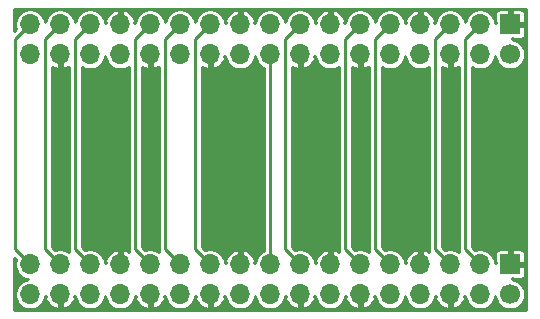
<source format=gbr>
%TF.GenerationSoftware,KiCad,Pcbnew,(5.1.6)-1*%
%TF.CreationDate,2022-09-19T12:58:48-04:00*%
%TF.ProjectId,3dfx-sli-1slot,33646678-2d73-46c6-992d-31736c6f742e,rev?*%
%TF.SameCoordinates,Original*%
%TF.FileFunction,Copper,L3,Inr*%
%TF.FilePolarity,Positive*%
%FSLAX46Y46*%
G04 Gerber Fmt 4.6, Leading zero omitted, Abs format (unit mm)*
G04 Created by KiCad (PCBNEW (5.1.6)-1) date 2022-09-19 12:58:48*
%MOMM*%
%LPD*%
G01*
G04 APERTURE LIST*
%TA.AperFunction,ViaPad*%
%ADD10C,1.700000*%
%TD*%
%TA.AperFunction,ViaPad*%
%ADD11R,1.700000X1.700000*%
%TD*%
%TA.AperFunction,ViaPad*%
%ADD12O,1.700000X1.700000*%
%TD*%
%TA.AperFunction,Conductor*%
%ADD13C,0.250000*%
%TD*%
%TA.AperFunction,Conductor*%
%ADD14C,0.254000*%
%TD*%
G04 APERTURE END LIST*
D10*
%TO.N,2*%
%TO.C,J1*%
X171958000Y-109601000D03*
D11*
%TO.N,GND*%
X171958000Y-107061000D03*
D12*
%TO.N,4*%
X169418000Y-109601000D03*
%TO.N,3*%
X169418000Y-107061000D03*
%TO.N,GND*%
X166878000Y-109601000D03*
%TO.N,5*%
X166878000Y-107061000D03*
%TO.N,8*%
X164338000Y-109601000D03*
%TO.N,GND*%
X164338000Y-107061000D03*
%TO.N,10*%
X161798000Y-109601000D03*
%TO.N,9*%
X161798000Y-107061000D03*
%TO.N,GND*%
X159258000Y-109601000D03*
%TO.N,11*%
X159258000Y-107061000D03*
%TO.N,14*%
X156718000Y-109601000D03*
%TO.N,GND*%
X156718000Y-107061000D03*
X154178000Y-109601000D03*
%TO.N,15*%
X154178000Y-107061000D03*
%TO.N,18*%
X151638000Y-109601000D03*
%TO.N,17*%
X151638000Y-107061000D03*
%TO.N,20*%
X149098000Y-109601000D03*
%TO.N,GND*%
X149098000Y-107061000D03*
X146558000Y-109601000D03*
%TO.N,21*%
X146558000Y-107061000D03*
%TO.N,24*%
X144018000Y-109601000D03*
%TO.N,23*%
X144018000Y-107061000D03*
%TO.N,GND*%
X141478000Y-109601000D03*
%TO.N,25*%
X141478000Y-107061000D03*
%TO.N,28*%
X138938000Y-109601000D03*
%TO.N,GND*%
X138938000Y-107061000D03*
%TO.N,30*%
X136398000Y-109601000D03*
%TO.N,29*%
X136398000Y-107061000D03*
%TO.N,GND*%
X133858000Y-109601000D03*
%TO.N,31*%
X133858000Y-107061000D03*
%TO.N,34*%
X131318000Y-109601000D03*
%TO.N,33*%
X131318000Y-107061000D03*
%TD*%
%TO.N,33*%
%TO.C,J2*%
X131318000Y-86741000D03*
%TO.N,34*%
X131318000Y-89281000D03*
%TO.N,31*%
X133858000Y-86741000D03*
%TO.N,GND*%
X133858000Y-89281000D03*
%TO.N,29*%
X136398000Y-86741000D03*
%TO.N,30*%
X136398000Y-89281000D03*
%TO.N,GND*%
X138938000Y-86741000D03*
%TO.N,28*%
X138938000Y-89281000D03*
%TO.N,25*%
X141478000Y-86741000D03*
%TO.N,GND*%
X141478000Y-89281000D03*
%TO.N,23*%
X144018000Y-86741000D03*
%TO.N,24*%
X144018000Y-89281000D03*
%TO.N,21*%
X146558000Y-86741000D03*
%TO.N,GND*%
X146558000Y-89281000D03*
X149098000Y-86741000D03*
%TO.N,20*%
X149098000Y-89281000D03*
%TO.N,18*%
X151638000Y-86741000D03*
%TO.N,17*%
X151638000Y-89281000D03*
%TO.N,15*%
X154178000Y-86741000D03*
%TO.N,GND*%
X154178000Y-89281000D03*
X156718000Y-86741000D03*
%TO.N,14*%
X156718000Y-89281000D03*
%TO.N,11*%
X159258000Y-86741000D03*
%TO.N,GND*%
X159258000Y-89281000D03*
%TO.N,9*%
X161798000Y-86741000D03*
%TO.N,10*%
X161798000Y-89281000D03*
%TO.N,GND*%
X164338000Y-86741000D03*
%TO.N,8*%
X164338000Y-89281000D03*
%TO.N,5*%
X166878000Y-86741000D03*
%TO.N,GND*%
X166878000Y-89281000D03*
%TO.N,3*%
X169418000Y-86741000D03*
%TO.N,4*%
X169418000Y-89281000D03*
D11*
%TO.N,GND*%
X171958000Y-86741000D03*
D10*
%TO.N,2*%
X171958000Y-89281000D03*
%TD*%
D13*
%TO.N,3*%
X169418000Y-107061000D02*
X168148000Y-105791000D01*
X168148000Y-88011000D02*
X169418000Y-86741000D01*
X168148000Y-105791000D02*
X168148000Y-88011000D01*
%TO.N,5*%
X166878000Y-107061000D02*
X165608000Y-105791000D01*
X165608000Y-88011000D02*
X166878000Y-86741000D01*
X165608000Y-105791000D02*
X165608000Y-88011000D01*
%TO.N,9*%
X161798000Y-107061000D02*
X160528000Y-105791000D01*
X160528000Y-88011000D02*
X161798000Y-86741000D01*
X160528000Y-105791000D02*
X160528000Y-88011000D01*
%TO.N,11*%
X159258000Y-107061000D02*
X157988000Y-105791000D01*
X157988000Y-88011000D02*
X159258000Y-86741000D01*
X157988000Y-105791000D02*
X157988000Y-88011000D01*
%TO.N,15*%
X152908000Y-88011000D02*
X154178000Y-86741000D01*
X154178000Y-107061000D02*
X152908000Y-105791000D01*
X152908000Y-105791000D02*
X152908000Y-88011000D01*
%TO.N,17*%
X151638000Y-107061000D02*
X151638000Y-89281000D01*
%TO.N,21*%
X146558000Y-107061000D02*
X145288000Y-105791000D01*
X145288000Y-88011000D02*
X146558000Y-86741000D01*
X145288000Y-105791000D02*
X145288000Y-88011000D01*
%TO.N,23*%
X144018000Y-107061000D02*
X142748000Y-105791000D01*
X142748000Y-88011000D02*
X144018000Y-86741000D01*
X142748000Y-105791000D02*
X142748000Y-88011000D01*
%TO.N,25*%
X141478000Y-107061000D02*
X140208000Y-105791000D01*
X140208000Y-88011000D02*
X141478000Y-86741000D01*
X140208000Y-105791000D02*
X140208000Y-88011000D01*
%TO.N,29*%
X136398000Y-107061000D02*
X135128000Y-105791000D01*
X135128000Y-88011000D02*
X136398000Y-86741000D01*
X135128000Y-105791000D02*
X135128000Y-88011000D01*
%TO.N,31*%
X133858000Y-107061000D02*
X132588000Y-105791000D01*
X132588000Y-88011000D02*
X133858000Y-86741000D01*
X132588000Y-105791000D02*
X132588000Y-88011000D01*
%TO.N,33*%
X131318000Y-107061000D02*
X130048000Y-105791000D01*
X130048000Y-88011000D02*
X131318000Y-86741000D01*
X130048000Y-105791000D02*
X130048000Y-88011000D01*
%TD*%
D14*
%TO.N,GND*%
G36*
X173284001Y-110927000D02*
G01*
X129992000Y-110927000D01*
X129992000Y-106515645D01*
X130111981Y-106635625D01*
X130090074Y-106688513D01*
X130041000Y-106935226D01*
X130041000Y-107186774D01*
X130090074Y-107433487D01*
X130186337Y-107665886D01*
X130326089Y-107875040D01*
X130503960Y-108052911D01*
X130713114Y-108192663D01*
X130945513Y-108288926D01*
X131157034Y-108331000D01*
X130945513Y-108373074D01*
X130713114Y-108469337D01*
X130503960Y-108609089D01*
X130326089Y-108786960D01*
X130186337Y-108996114D01*
X130090074Y-109228513D01*
X130041000Y-109475226D01*
X130041000Y-109726774D01*
X130090074Y-109973487D01*
X130186337Y-110205886D01*
X130326089Y-110415040D01*
X130503960Y-110592911D01*
X130713114Y-110732663D01*
X130945513Y-110828926D01*
X131192226Y-110878000D01*
X131443774Y-110878000D01*
X131690487Y-110828926D01*
X131922886Y-110732663D01*
X132132040Y-110592911D01*
X132309911Y-110415040D01*
X132449663Y-110205886D01*
X132545926Y-109973487D01*
X132594756Y-109728002D01*
X132694074Y-109728002D01*
X132622836Y-109925214D01*
X132709820Y-110159953D01*
X132840928Y-110373212D01*
X133011122Y-110556795D01*
X133213861Y-110703647D01*
X133441354Y-110808125D01*
X133533787Y-110836158D01*
X133731000Y-110764338D01*
X133731000Y-109728000D01*
X133711000Y-109728000D01*
X133711000Y-109474000D01*
X133731000Y-109474000D01*
X133731000Y-109454000D01*
X133985000Y-109454000D01*
X133985000Y-109474000D01*
X134005000Y-109474000D01*
X134005000Y-109728000D01*
X133985000Y-109728000D01*
X133985000Y-110764338D01*
X134182213Y-110836158D01*
X134274646Y-110808125D01*
X134502139Y-110703647D01*
X134704878Y-110556795D01*
X134875072Y-110373212D01*
X135006180Y-110159953D01*
X135093164Y-109925214D01*
X135021926Y-109728002D01*
X135121244Y-109728002D01*
X135170074Y-109973487D01*
X135266337Y-110205886D01*
X135406089Y-110415040D01*
X135583960Y-110592911D01*
X135793114Y-110732663D01*
X136025513Y-110828926D01*
X136272226Y-110878000D01*
X136523774Y-110878000D01*
X136770487Y-110828926D01*
X137002886Y-110732663D01*
X137212040Y-110592911D01*
X137389911Y-110415040D01*
X137529663Y-110205886D01*
X137625926Y-109973487D01*
X137668000Y-109761966D01*
X137710074Y-109973487D01*
X137806337Y-110205886D01*
X137946089Y-110415040D01*
X138123960Y-110592911D01*
X138333114Y-110732663D01*
X138565513Y-110828926D01*
X138812226Y-110878000D01*
X139063774Y-110878000D01*
X139310487Y-110828926D01*
X139542886Y-110732663D01*
X139752040Y-110592911D01*
X139929911Y-110415040D01*
X140069663Y-110205886D01*
X140165926Y-109973487D01*
X140214756Y-109728002D01*
X140314074Y-109728002D01*
X140242836Y-109925214D01*
X140329820Y-110159953D01*
X140460928Y-110373212D01*
X140631122Y-110556795D01*
X140833861Y-110703647D01*
X141061354Y-110808125D01*
X141153787Y-110836158D01*
X141351000Y-110764338D01*
X141351000Y-109728000D01*
X141331000Y-109728000D01*
X141331000Y-109474000D01*
X141351000Y-109474000D01*
X141351000Y-109454000D01*
X141605000Y-109454000D01*
X141605000Y-109474000D01*
X141625000Y-109474000D01*
X141625000Y-109728000D01*
X141605000Y-109728000D01*
X141605000Y-110764338D01*
X141802213Y-110836158D01*
X141894646Y-110808125D01*
X142122139Y-110703647D01*
X142324878Y-110556795D01*
X142495072Y-110373212D01*
X142626180Y-110159953D01*
X142713164Y-109925214D01*
X142641926Y-109728002D01*
X142741244Y-109728002D01*
X142790074Y-109973487D01*
X142886337Y-110205886D01*
X143026089Y-110415040D01*
X143203960Y-110592911D01*
X143413114Y-110732663D01*
X143645513Y-110828926D01*
X143892226Y-110878000D01*
X144143774Y-110878000D01*
X144390487Y-110828926D01*
X144622886Y-110732663D01*
X144832040Y-110592911D01*
X145009911Y-110415040D01*
X145149663Y-110205886D01*
X145245926Y-109973487D01*
X145294756Y-109728002D01*
X145394074Y-109728002D01*
X145322836Y-109925214D01*
X145409820Y-110159953D01*
X145540928Y-110373212D01*
X145711122Y-110556795D01*
X145913861Y-110703647D01*
X146141354Y-110808125D01*
X146233787Y-110836158D01*
X146431000Y-110764338D01*
X146431000Y-109728000D01*
X146411000Y-109728000D01*
X146411000Y-109474000D01*
X146431000Y-109474000D01*
X146431000Y-109454000D01*
X146685000Y-109454000D01*
X146685000Y-109474000D01*
X146705000Y-109474000D01*
X146705000Y-109728000D01*
X146685000Y-109728000D01*
X146685000Y-110764338D01*
X146882213Y-110836158D01*
X146974646Y-110808125D01*
X147202139Y-110703647D01*
X147404878Y-110556795D01*
X147575072Y-110373212D01*
X147706180Y-110159953D01*
X147793164Y-109925214D01*
X147721926Y-109728002D01*
X147821244Y-109728002D01*
X147870074Y-109973487D01*
X147966337Y-110205886D01*
X148106089Y-110415040D01*
X148283960Y-110592911D01*
X148493114Y-110732663D01*
X148725513Y-110828926D01*
X148972226Y-110878000D01*
X149223774Y-110878000D01*
X149470487Y-110828926D01*
X149702886Y-110732663D01*
X149912040Y-110592911D01*
X150089911Y-110415040D01*
X150229663Y-110205886D01*
X150325926Y-109973487D01*
X150368000Y-109761966D01*
X150410074Y-109973487D01*
X150506337Y-110205886D01*
X150646089Y-110415040D01*
X150823960Y-110592911D01*
X151033114Y-110732663D01*
X151265513Y-110828926D01*
X151512226Y-110878000D01*
X151763774Y-110878000D01*
X152010487Y-110828926D01*
X152242886Y-110732663D01*
X152452040Y-110592911D01*
X152629911Y-110415040D01*
X152769663Y-110205886D01*
X152865926Y-109973487D01*
X152914756Y-109728002D01*
X153014074Y-109728002D01*
X152942836Y-109925214D01*
X153029820Y-110159953D01*
X153160928Y-110373212D01*
X153331122Y-110556795D01*
X153533861Y-110703647D01*
X153761354Y-110808125D01*
X153853787Y-110836158D01*
X154051000Y-110764338D01*
X154051000Y-109728000D01*
X154031000Y-109728000D01*
X154031000Y-109474000D01*
X154051000Y-109474000D01*
X154051000Y-109454000D01*
X154305000Y-109454000D01*
X154305000Y-109474000D01*
X154325000Y-109474000D01*
X154325000Y-109728000D01*
X154305000Y-109728000D01*
X154305000Y-110764338D01*
X154502213Y-110836158D01*
X154594646Y-110808125D01*
X154822139Y-110703647D01*
X155024878Y-110556795D01*
X155195072Y-110373212D01*
X155326180Y-110159953D01*
X155413164Y-109925214D01*
X155341926Y-109728002D01*
X155441244Y-109728002D01*
X155490074Y-109973487D01*
X155586337Y-110205886D01*
X155726089Y-110415040D01*
X155903960Y-110592911D01*
X156113114Y-110732663D01*
X156345513Y-110828926D01*
X156592226Y-110878000D01*
X156843774Y-110878000D01*
X157090487Y-110828926D01*
X157322886Y-110732663D01*
X157532040Y-110592911D01*
X157709911Y-110415040D01*
X157849663Y-110205886D01*
X157945926Y-109973487D01*
X157994756Y-109728002D01*
X158094074Y-109728002D01*
X158022836Y-109925214D01*
X158109820Y-110159953D01*
X158240928Y-110373212D01*
X158411122Y-110556795D01*
X158613861Y-110703647D01*
X158841354Y-110808125D01*
X158933787Y-110836158D01*
X159131000Y-110764338D01*
X159131000Y-109728000D01*
X159111000Y-109728000D01*
X159111000Y-109474000D01*
X159131000Y-109474000D01*
X159131000Y-109454000D01*
X159385000Y-109454000D01*
X159385000Y-109474000D01*
X159405000Y-109474000D01*
X159405000Y-109728000D01*
X159385000Y-109728000D01*
X159385000Y-110764338D01*
X159582213Y-110836158D01*
X159674646Y-110808125D01*
X159902139Y-110703647D01*
X160104878Y-110556795D01*
X160275072Y-110373212D01*
X160406180Y-110159953D01*
X160493164Y-109925214D01*
X160421926Y-109728002D01*
X160521244Y-109728002D01*
X160570074Y-109973487D01*
X160666337Y-110205886D01*
X160806089Y-110415040D01*
X160983960Y-110592911D01*
X161193114Y-110732663D01*
X161425513Y-110828926D01*
X161672226Y-110878000D01*
X161923774Y-110878000D01*
X162170487Y-110828926D01*
X162402886Y-110732663D01*
X162612040Y-110592911D01*
X162789911Y-110415040D01*
X162929663Y-110205886D01*
X163025926Y-109973487D01*
X163068000Y-109761966D01*
X163110074Y-109973487D01*
X163206337Y-110205886D01*
X163346089Y-110415040D01*
X163523960Y-110592911D01*
X163733114Y-110732663D01*
X163965513Y-110828926D01*
X164212226Y-110878000D01*
X164463774Y-110878000D01*
X164710487Y-110828926D01*
X164942886Y-110732663D01*
X165152040Y-110592911D01*
X165329911Y-110415040D01*
X165469663Y-110205886D01*
X165565926Y-109973487D01*
X165614756Y-109728002D01*
X165714074Y-109728002D01*
X165642836Y-109925214D01*
X165729820Y-110159953D01*
X165860928Y-110373212D01*
X166031122Y-110556795D01*
X166233861Y-110703647D01*
X166461354Y-110808125D01*
X166553787Y-110836158D01*
X166751000Y-110764338D01*
X166751000Y-109728000D01*
X166731000Y-109728000D01*
X166731000Y-109474000D01*
X166751000Y-109474000D01*
X166751000Y-109454000D01*
X167005000Y-109454000D01*
X167005000Y-109474000D01*
X167025000Y-109474000D01*
X167025000Y-109728000D01*
X167005000Y-109728000D01*
X167005000Y-110764338D01*
X167202213Y-110836158D01*
X167294646Y-110808125D01*
X167522139Y-110703647D01*
X167724878Y-110556795D01*
X167895072Y-110373212D01*
X168026180Y-110159953D01*
X168113164Y-109925214D01*
X168041926Y-109728002D01*
X168141244Y-109728002D01*
X168190074Y-109973487D01*
X168286337Y-110205886D01*
X168426089Y-110415040D01*
X168603960Y-110592911D01*
X168813114Y-110732663D01*
X169045513Y-110828926D01*
X169292226Y-110878000D01*
X169543774Y-110878000D01*
X169790487Y-110828926D01*
X170022886Y-110732663D01*
X170232040Y-110592911D01*
X170409911Y-110415040D01*
X170549663Y-110205886D01*
X170645926Y-109973487D01*
X170688000Y-109761966D01*
X170730074Y-109973487D01*
X170826337Y-110205886D01*
X170966089Y-110415040D01*
X171143960Y-110592911D01*
X171353114Y-110732663D01*
X171585513Y-110828926D01*
X171832226Y-110878000D01*
X172083774Y-110878000D01*
X172330487Y-110828926D01*
X172562886Y-110732663D01*
X172772040Y-110592911D01*
X172949911Y-110415040D01*
X173089663Y-110205886D01*
X173185926Y-109973487D01*
X173235000Y-109726774D01*
X173235000Y-109475226D01*
X173185926Y-109228513D01*
X173089663Y-108996114D01*
X172949911Y-108786960D01*
X172772040Y-108609089D01*
X172562886Y-108469337D01*
X172330487Y-108373074D01*
X172085002Y-108324244D01*
X172085002Y-108231252D01*
X172191750Y-108338000D01*
X172808000Y-108340066D01*
X172891707Y-108331822D01*
X172972196Y-108307405D01*
X173046376Y-108267755D01*
X173111395Y-108214395D01*
X173164755Y-108149376D01*
X173204405Y-108075196D01*
X173228822Y-107994707D01*
X173237066Y-107911000D01*
X173235000Y-107294750D01*
X173128250Y-107188000D01*
X172085000Y-107188000D01*
X172085000Y-107208000D01*
X171831000Y-107208000D01*
X171831000Y-107188000D01*
X171811000Y-107188000D01*
X171811000Y-106934000D01*
X171831000Y-106934000D01*
X171831000Y-105890750D01*
X172085000Y-105890750D01*
X172085000Y-106934000D01*
X173128250Y-106934000D01*
X173235000Y-106827250D01*
X173237066Y-106211000D01*
X173228822Y-106127293D01*
X173204405Y-106046804D01*
X173164755Y-105972624D01*
X173111395Y-105907605D01*
X173046376Y-105854245D01*
X172972196Y-105814595D01*
X172891707Y-105790178D01*
X172808000Y-105781934D01*
X172191750Y-105784000D01*
X172085000Y-105890750D01*
X171831000Y-105890750D01*
X171724250Y-105784000D01*
X171108000Y-105781934D01*
X171024293Y-105790178D01*
X170943804Y-105814595D01*
X170869624Y-105854245D01*
X170804605Y-105907605D01*
X170751245Y-105972624D01*
X170711595Y-106046804D01*
X170687178Y-106127293D01*
X170678934Y-106211000D01*
X170681000Y-106827250D01*
X170787748Y-106933998D01*
X170694756Y-106933998D01*
X170645926Y-106688513D01*
X170549663Y-106456114D01*
X170409911Y-106246960D01*
X170232040Y-106069089D01*
X170022886Y-105929337D01*
X169790487Y-105833074D01*
X169543774Y-105784000D01*
X169292226Y-105784000D01*
X169045513Y-105833074D01*
X168992625Y-105854981D01*
X168700000Y-105562356D01*
X168700000Y-90337083D01*
X168813114Y-90412663D01*
X169045513Y-90508926D01*
X169292226Y-90558000D01*
X169543774Y-90558000D01*
X169790487Y-90508926D01*
X170022886Y-90412663D01*
X170232040Y-90272911D01*
X170409911Y-90095040D01*
X170549663Y-89885886D01*
X170645926Y-89653487D01*
X170688000Y-89441966D01*
X170730074Y-89653487D01*
X170826337Y-89885886D01*
X170966089Y-90095040D01*
X171143960Y-90272911D01*
X171353114Y-90412663D01*
X171585513Y-90508926D01*
X171832226Y-90558000D01*
X172083774Y-90558000D01*
X172330487Y-90508926D01*
X172562886Y-90412663D01*
X172772040Y-90272911D01*
X172949911Y-90095040D01*
X173089663Y-89885886D01*
X173185926Y-89653487D01*
X173235000Y-89406774D01*
X173235000Y-89155226D01*
X173185926Y-88908513D01*
X173089663Y-88676114D01*
X172949911Y-88466960D01*
X172772040Y-88289089D01*
X172562886Y-88149337D01*
X172330487Y-88053074D01*
X172085002Y-88004244D01*
X172085002Y-87911252D01*
X172191750Y-88018000D01*
X172808000Y-88020066D01*
X172891707Y-88011822D01*
X172972196Y-87987405D01*
X173046376Y-87947755D01*
X173111395Y-87894395D01*
X173164755Y-87829376D01*
X173204405Y-87755196D01*
X173228822Y-87674707D01*
X173237066Y-87591000D01*
X173235000Y-86974750D01*
X173128250Y-86868000D01*
X172085000Y-86868000D01*
X172085000Y-86888000D01*
X171831000Y-86888000D01*
X171831000Y-86868000D01*
X171811000Y-86868000D01*
X171811000Y-86614000D01*
X171831000Y-86614000D01*
X171831000Y-85570750D01*
X172085000Y-85570750D01*
X172085000Y-86614000D01*
X173128250Y-86614000D01*
X173235000Y-86507250D01*
X173237066Y-85891000D01*
X173228822Y-85807293D01*
X173204405Y-85726804D01*
X173164755Y-85652624D01*
X173111395Y-85587605D01*
X173046376Y-85534245D01*
X172972196Y-85494595D01*
X172891707Y-85470178D01*
X172808000Y-85461934D01*
X172191750Y-85464000D01*
X172085000Y-85570750D01*
X171831000Y-85570750D01*
X171724250Y-85464000D01*
X171108000Y-85461934D01*
X171024293Y-85470178D01*
X170943804Y-85494595D01*
X170869624Y-85534245D01*
X170804605Y-85587605D01*
X170751245Y-85652624D01*
X170711595Y-85726804D01*
X170687178Y-85807293D01*
X170678934Y-85891000D01*
X170681000Y-86507250D01*
X170787748Y-86613998D01*
X170694756Y-86613998D01*
X170645926Y-86368513D01*
X170549663Y-86136114D01*
X170409911Y-85926960D01*
X170232040Y-85749089D01*
X170022886Y-85609337D01*
X169790487Y-85513074D01*
X169543774Y-85464000D01*
X169292226Y-85464000D01*
X169045513Y-85513074D01*
X168813114Y-85609337D01*
X168603960Y-85749089D01*
X168426089Y-85926960D01*
X168286337Y-86136114D01*
X168190074Y-86368513D01*
X168148000Y-86580034D01*
X168105926Y-86368513D01*
X168009663Y-86136114D01*
X167869911Y-85926960D01*
X167692040Y-85749089D01*
X167482886Y-85609337D01*
X167250487Y-85513074D01*
X167003774Y-85464000D01*
X166752226Y-85464000D01*
X166505513Y-85513074D01*
X166273114Y-85609337D01*
X166063960Y-85749089D01*
X165886089Y-85926960D01*
X165746337Y-86136114D01*
X165650074Y-86368513D01*
X165601244Y-86613998D01*
X165501926Y-86613998D01*
X165573164Y-86416786D01*
X165486180Y-86182047D01*
X165355072Y-85968788D01*
X165184878Y-85785205D01*
X164982139Y-85638353D01*
X164754646Y-85533875D01*
X164662213Y-85505842D01*
X164465000Y-85577662D01*
X164465000Y-86614000D01*
X164485000Y-86614000D01*
X164485000Y-86868000D01*
X164465000Y-86868000D01*
X164465000Y-86888000D01*
X164211000Y-86888000D01*
X164211000Y-86868000D01*
X164191000Y-86868000D01*
X164191000Y-86614000D01*
X164211000Y-86614000D01*
X164211000Y-85577662D01*
X164013787Y-85505842D01*
X163921354Y-85533875D01*
X163693861Y-85638353D01*
X163491122Y-85785205D01*
X163320928Y-85968788D01*
X163189820Y-86182047D01*
X163102836Y-86416786D01*
X163174074Y-86613998D01*
X163074756Y-86613998D01*
X163025926Y-86368513D01*
X162929663Y-86136114D01*
X162789911Y-85926960D01*
X162612040Y-85749089D01*
X162402886Y-85609337D01*
X162170487Y-85513074D01*
X161923774Y-85464000D01*
X161672226Y-85464000D01*
X161425513Y-85513074D01*
X161193114Y-85609337D01*
X160983960Y-85749089D01*
X160806089Y-85926960D01*
X160666337Y-86136114D01*
X160570074Y-86368513D01*
X160528000Y-86580034D01*
X160485926Y-86368513D01*
X160389663Y-86136114D01*
X160249911Y-85926960D01*
X160072040Y-85749089D01*
X159862886Y-85609337D01*
X159630487Y-85513074D01*
X159383774Y-85464000D01*
X159132226Y-85464000D01*
X158885513Y-85513074D01*
X158653114Y-85609337D01*
X158443960Y-85749089D01*
X158266089Y-85926960D01*
X158126337Y-86136114D01*
X158030074Y-86368513D01*
X157981244Y-86613998D01*
X157881926Y-86613998D01*
X157953164Y-86416786D01*
X157866180Y-86182047D01*
X157735072Y-85968788D01*
X157564878Y-85785205D01*
X157362139Y-85638353D01*
X157134646Y-85533875D01*
X157042213Y-85505842D01*
X156845000Y-85577662D01*
X156845000Y-86614000D01*
X156865000Y-86614000D01*
X156865000Y-86868000D01*
X156845000Y-86868000D01*
X156845000Y-86888000D01*
X156591000Y-86888000D01*
X156591000Y-86868000D01*
X156571000Y-86868000D01*
X156571000Y-86614000D01*
X156591000Y-86614000D01*
X156591000Y-85577662D01*
X156393787Y-85505842D01*
X156301354Y-85533875D01*
X156073861Y-85638353D01*
X155871122Y-85785205D01*
X155700928Y-85968788D01*
X155569820Y-86182047D01*
X155482836Y-86416786D01*
X155554074Y-86613998D01*
X155454756Y-86613998D01*
X155405926Y-86368513D01*
X155309663Y-86136114D01*
X155169911Y-85926960D01*
X154992040Y-85749089D01*
X154782886Y-85609337D01*
X154550487Y-85513074D01*
X154303774Y-85464000D01*
X154052226Y-85464000D01*
X153805513Y-85513074D01*
X153573114Y-85609337D01*
X153363960Y-85749089D01*
X153186089Y-85926960D01*
X153046337Y-86136114D01*
X152950074Y-86368513D01*
X152908000Y-86580034D01*
X152865926Y-86368513D01*
X152769663Y-86136114D01*
X152629911Y-85926960D01*
X152452040Y-85749089D01*
X152242886Y-85609337D01*
X152010487Y-85513074D01*
X151763774Y-85464000D01*
X151512226Y-85464000D01*
X151265513Y-85513074D01*
X151033114Y-85609337D01*
X150823960Y-85749089D01*
X150646089Y-85926960D01*
X150506337Y-86136114D01*
X150410074Y-86368513D01*
X150361244Y-86613998D01*
X150261926Y-86613998D01*
X150333164Y-86416786D01*
X150246180Y-86182047D01*
X150115072Y-85968788D01*
X149944878Y-85785205D01*
X149742139Y-85638353D01*
X149514646Y-85533875D01*
X149422213Y-85505842D01*
X149225000Y-85577662D01*
X149225000Y-86614000D01*
X149245000Y-86614000D01*
X149245000Y-86868000D01*
X149225000Y-86868000D01*
X149225000Y-86888000D01*
X148971000Y-86888000D01*
X148971000Y-86868000D01*
X148951000Y-86868000D01*
X148951000Y-86614000D01*
X148971000Y-86614000D01*
X148971000Y-85577662D01*
X148773787Y-85505842D01*
X148681354Y-85533875D01*
X148453861Y-85638353D01*
X148251122Y-85785205D01*
X148080928Y-85968788D01*
X147949820Y-86182047D01*
X147862836Y-86416786D01*
X147934074Y-86613998D01*
X147834756Y-86613998D01*
X147785926Y-86368513D01*
X147689663Y-86136114D01*
X147549911Y-85926960D01*
X147372040Y-85749089D01*
X147162886Y-85609337D01*
X146930487Y-85513074D01*
X146683774Y-85464000D01*
X146432226Y-85464000D01*
X146185513Y-85513074D01*
X145953114Y-85609337D01*
X145743960Y-85749089D01*
X145566089Y-85926960D01*
X145426337Y-86136114D01*
X145330074Y-86368513D01*
X145288000Y-86580034D01*
X145245926Y-86368513D01*
X145149663Y-86136114D01*
X145009911Y-85926960D01*
X144832040Y-85749089D01*
X144622886Y-85609337D01*
X144390487Y-85513074D01*
X144143774Y-85464000D01*
X143892226Y-85464000D01*
X143645513Y-85513074D01*
X143413114Y-85609337D01*
X143203960Y-85749089D01*
X143026089Y-85926960D01*
X142886337Y-86136114D01*
X142790074Y-86368513D01*
X142748000Y-86580034D01*
X142705926Y-86368513D01*
X142609663Y-86136114D01*
X142469911Y-85926960D01*
X142292040Y-85749089D01*
X142082886Y-85609337D01*
X141850487Y-85513074D01*
X141603774Y-85464000D01*
X141352226Y-85464000D01*
X141105513Y-85513074D01*
X140873114Y-85609337D01*
X140663960Y-85749089D01*
X140486089Y-85926960D01*
X140346337Y-86136114D01*
X140250074Y-86368513D01*
X140201244Y-86613998D01*
X140101926Y-86613998D01*
X140173164Y-86416786D01*
X140086180Y-86182047D01*
X139955072Y-85968788D01*
X139784878Y-85785205D01*
X139582139Y-85638353D01*
X139354646Y-85533875D01*
X139262213Y-85505842D01*
X139065000Y-85577662D01*
X139065000Y-86614000D01*
X139085000Y-86614000D01*
X139085000Y-86868000D01*
X139065000Y-86868000D01*
X139065000Y-86888000D01*
X138811000Y-86888000D01*
X138811000Y-86868000D01*
X138791000Y-86868000D01*
X138791000Y-86614000D01*
X138811000Y-86614000D01*
X138811000Y-85577662D01*
X138613787Y-85505842D01*
X138521354Y-85533875D01*
X138293861Y-85638353D01*
X138091122Y-85785205D01*
X137920928Y-85968788D01*
X137789820Y-86182047D01*
X137702836Y-86416786D01*
X137774074Y-86613998D01*
X137674756Y-86613998D01*
X137625926Y-86368513D01*
X137529663Y-86136114D01*
X137389911Y-85926960D01*
X137212040Y-85749089D01*
X137002886Y-85609337D01*
X136770487Y-85513074D01*
X136523774Y-85464000D01*
X136272226Y-85464000D01*
X136025513Y-85513074D01*
X135793114Y-85609337D01*
X135583960Y-85749089D01*
X135406089Y-85926960D01*
X135266337Y-86136114D01*
X135170074Y-86368513D01*
X135128000Y-86580034D01*
X135085926Y-86368513D01*
X134989663Y-86136114D01*
X134849911Y-85926960D01*
X134672040Y-85749089D01*
X134462886Y-85609337D01*
X134230487Y-85513074D01*
X133983774Y-85464000D01*
X133732226Y-85464000D01*
X133485513Y-85513074D01*
X133253114Y-85609337D01*
X133043960Y-85749089D01*
X132866089Y-85926960D01*
X132726337Y-86136114D01*
X132630074Y-86368513D01*
X132588000Y-86580034D01*
X132545926Y-86368513D01*
X132449663Y-86136114D01*
X132309911Y-85926960D01*
X132132040Y-85749089D01*
X131922886Y-85609337D01*
X131690487Y-85513074D01*
X131443774Y-85464000D01*
X131192226Y-85464000D01*
X130945513Y-85513074D01*
X130713114Y-85609337D01*
X130503960Y-85749089D01*
X130326089Y-85926960D01*
X130186337Y-86136114D01*
X130090074Y-86368513D01*
X130041000Y-86615226D01*
X130041000Y-86866774D01*
X130090074Y-87113487D01*
X130111981Y-87166375D01*
X129992000Y-87286355D01*
X129992000Y-85415000D01*
X173284000Y-85415000D01*
X173284001Y-110927000D01*
G37*
X173284001Y-110927000D02*
X129992000Y-110927000D01*
X129992000Y-106515645D01*
X130111981Y-106635625D01*
X130090074Y-106688513D01*
X130041000Y-106935226D01*
X130041000Y-107186774D01*
X130090074Y-107433487D01*
X130186337Y-107665886D01*
X130326089Y-107875040D01*
X130503960Y-108052911D01*
X130713114Y-108192663D01*
X130945513Y-108288926D01*
X131157034Y-108331000D01*
X130945513Y-108373074D01*
X130713114Y-108469337D01*
X130503960Y-108609089D01*
X130326089Y-108786960D01*
X130186337Y-108996114D01*
X130090074Y-109228513D01*
X130041000Y-109475226D01*
X130041000Y-109726774D01*
X130090074Y-109973487D01*
X130186337Y-110205886D01*
X130326089Y-110415040D01*
X130503960Y-110592911D01*
X130713114Y-110732663D01*
X130945513Y-110828926D01*
X131192226Y-110878000D01*
X131443774Y-110878000D01*
X131690487Y-110828926D01*
X131922886Y-110732663D01*
X132132040Y-110592911D01*
X132309911Y-110415040D01*
X132449663Y-110205886D01*
X132545926Y-109973487D01*
X132594756Y-109728002D01*
X132694074Y-109728002D01*
X132622836Y-109925214D01*
X132709820Y-110159953D01*
X132840928Y-110373212D01*
X133011122Y-110556795D01*
X133213861Y-110703647D01*
X133441354Y-110808125D01*
X133533787Y-110836158D01*
X133731000Y-110764338D01*
X133731000Y-109728000D01*
X133711000Y-109728000D01*
X133711000Y-109474000D01*
X133731000Y-109474000D01*
X133731000Y-109454000D01*
X133985000Y-109454000D01*
X133985000Y-109474000D01*
X134005000Y-109474000D01*
X134005000Y-109728000D01*
X133985000Y-109728000D01*
X133985000Y-110764338D01*
X134182213Y-110836158D01*
X134274646Y-110808125D01*
X134502139Y-110703647D01*
X134704878Y-110556795D01*
X134875072Y-110373212D01*
X135006180Y-110159953D01*
X135093164Y-109925214D01*
X135021926Y-109728002D01*
X135121244Y-109728002D01*
X135170074Y-109973487D01*
X135266337Y-110205886D01*
X135406089Y-110415040D01*
X135583960Y-110592911D01*
X135793114Y-110732663D01*
X136025513Y-110828926D01*
X136272226Y-110878000D01*
X136523774Y-110878000D01*
X136770487Y-110828926D01*
X137002886Y-110732663D01*
X137212040Y-110592911D01*
X137389911Y-110415040D01*
X137529663Y-110205886D01*
X137625926Y-109973487D01*
X137668000Y-109761966D01*
X137710074Y-109973487D01*
X137806337Y-110205886D01*
X137946089Y-110415040D01*
X138123960Y-110592911D01*
X138333114Y-110732663D01*
X138565513Y-110828926D01*
X138812226Y-110878000D01*
X139063774Y-110878000D01*
X139310487Y-110828926D01*
X139542886Y-110732663D01*
X139752040Y-110592911D01*
X139929911Y-110415040D01*
X140069663Y-110205886D01*
X140165926Y-109973487D01*
X140214756Y-109728002D01*
X140314074Y-109728002D01*
X140242836Y-109925214D01*
X140329820Y-110159953D01*
X140460928Y-110373212D01*
X140631122Y-110556795D01*
X140833861Y-110703647D01*
X141061354Y-110808125D01*
X141153787Y-110836158D01*
X141351000Y-110764338D01*
X141351000Y-109728000D01*
X141331000Y-109728000D01*
X141331000Y-109474000D01*
X141351000Y-109474000D01*
X141351000Y-109454000D01*
X141605000Y-109454000D01*
X141605000Y-109474000D01*
X141625000Y-109474000D01*
X141625000Y-109728000D01*
X141605000Y-109728000D01*
X141605000Y-110764338D01*
X141802213Y-110836158D01*
X141894646Y-110808125D01*
X142122139Y-110703647D01*
X142324878Y-110556795D01*
X142495072Y-110373212D01*
X142626180Y-110159953D01*
X142713164Y-109925214D01*
X142641926Y-109728002D01*
X142741244Y-109728002D01*
X142790074Y-109973487D01*
X142886337Y-110205886D01*
X143026089Y-110415040D01*
X143203960Y-110592911D01*
X143413114Y-110732663D01*
X143645513Y-110828926D01*
X143892226Y-110878000D01*
X144143774Y-110878000D01*
X144390487Y-110828926D01*
X144622886Y-110732663D01*
X144832040Y-110592911D01*
X145009911Y-110415040D01*
X145149663Y-110205886D01*
X145245926Y-109973487D01*
X145294756Y-109728002D01*
X145394074Y-109728002D01*
X145322836Y-109925214D01*
X145409820Y-110159953D01*
X145540928Y-110373212D01*
X145711122Y-110556795D01*
X145913861Y-110703647D01*
X146141354Y-110808125D01*
X146233787Y-110836158D01*
X146431000Y-110764338D01*
X146431000Y-109728000D01*
X146411000Y-109728000D01*
X146411000Y-109474000D01*
X146431000Y-109474000D01*
X146431000Y-109454000D01*
X146685000Y-109454000D01*
X146685000Y-109474000D01*
X146705000Y-109474000D01*
X146705000Y-109728000D01*
X146685000Y-109728000D01*
X146685000Y-110764338D01*
X146882213Y-110836158D01*
X146974646Y-110808125D01*
X147202139Y-110703647D01*
X147404878Y-110556795D01*
X147575072Y-110373212D01*
X147706180Y-110159953D01*
X147793164Y-109925214D01*
X147721926Y-109728002D01*
X147821244Y-109728002D01*
X147870074Y-109973487D01*
X147966337Y-110205886D01*
X148106089Y-110415040D01*
X148283960Y-110592911D01*
X148493114Y-110732663D01*
X148725513Y-110828926D01*
X148972226Y-110878000D01*
X149223774Y-110878000D01*
X149470487Y-110828926D01*
X149702886Y-110732663D01*
X149912040Y-110592911D01*
X150089911Y-110415040D01*
X150229663Y-110205886D01*
X150325926Y-109973487D01*
X150368000Y-109761966D01*
X150410074Y-109973487D01*
X150506337Y-110205886D01*
X150646089Y-110415040D01*
X150823960Y-110592911D01*
X151033114Y-110732663D01*
X151265513Y-110828926D01*
X151512226Y-110878000D01*
X151763774Y-110878000D01*
X152010487Y-110828926D01*
X152242886Y-110732663D01*
X152452040Y-110592911D01*
X152629911Y-110415040D01*
X152769663Y-110205886D01*
X152865926Y-109973487D01*
X152914756Y-109728002D01*
X153014074Y-109728002D01*
X152942836Y-109925214D01*
X153029820Y-110159953D01*
X153160928Y-110373212D01*
X153331122Y-110556795D01*
X153533861Y-110703647D01*
X153761354Y-110808125D01*
X153853787Y-110836158D01*
X154051000Y-110764338D01*
X154051000Y-109728000D01*
X154031000Y-109728000D01*
X154031000Y-109474000D01*
X154051000Y-109474000D01*
X154051000Y-109454000D01*
X154305000Y-109454000D01*
X154305000Y-109474000D01*
X154325000Y-109474000D01*
X154325000Y-109728000D01*
X154305000Y-109728000D01*
X154305000Y-110764338D01*
X154502213Y-110836158D01*
X154594646Y-110808125D01*
X154822139Y-110703647D01*
X155024878Y-110556795D01*
X155195072Y-110373212D01*
X155326180Y-110159953D01*
X155413164Y-109925214D01*
X155341926Y-109728002D01*
X155441244Y-109728002D01*
X155490074Y-109973487D01*
X155586337Y-110205886D01*
X155726089Y-110415040D01*
X155903960Y-110592911D01*
X156113114Y-110732663D01*
X156345513Y-110828926D01*
X156592226Y-110878000D01*
X156843774Y-110878000D01*
X157090487Y-110828926D01*
X157322886Y-110732663D01*
X157532040Y-110592911D01*
X157709911Y-110415040D01*
X157849663Y-110205886D01*
X157945926Y-109973487D01*
X157994756Y-109728002D01*
X158094074Y-109728002D01*
X158022836Y-109925214D01*
X158109820Y-110159953D01*
X158240928Y-110373212D01*
X158411122Y-110556795D01*
X158613861Y-110703647D01*
X158841354Y-110808125D01*
X158933787Y-110836158D01*
X159131000Y-110764338D01*
X159131000Y-109728000D01*
X159111000Y-109728000D01*
X159111000Y-109474000D01*
X159131000Y-109474000D01*
X159131000Y-109454000D01*
X159385000Y-109454000D01*
X159385000Y-109474000D01*
X159405000Y-109474000D01*
X159405000Y-109728000D01*
X159385000Y-109728000D01*
X159385000Y-110764338D01*
X159582213Y-110836158D01*
X159674646Y-110808125D01*
X159902139Y-110703647D01*
X160104878Y-110556795D01*
X160275072Y-110373212D01*
X160406180Y-110159953D01*
X160493164Y-109925214D01*
X160421926Y-109728002D01*
X160521244Y-109728002D01*
X160570074Y-109973487D01*
X160666337Y-110205886D01*
X160806089Y-110415040D01*
X160983960Y-110592911D01*
X161193114Y-110732663D01*
X161425513Y-110828926D01*
X161672226Y-110878000D01*
X161923774Y-110878000D01*
X162170487Y-110828926D01*
X162402886Y-110732663D01*
X162612040Y-110592911D01*
X162789911Y-110415040D01*
X162929663Y-110205886D01*
X163025926Y-109973487D01*
X163068000Y-109761966D01*
X163110074Y-109973487D01*
X163206337Y-110205886D01*
X163346089Y-110415040D01*
X163523960Y-110592911D01*
X163733114Y-110732663D01*
X163965513Y-110828926D01*
X164212226Y-110878000D01*
X164463774Y-110878000D01*
X164710487Y-110828926D01*
X164942886Y-110732663D01*
X165152040Y-110592911D01*
X165329911Y-110415040D01*
X165469663Y-110205886D01*
X165565926Y-109973487D01*
X165614756Y-109728002D01*
X165714074Y-109728002D01*
X165642836Y-109925214D01*
X165729820Y-110159953D01*
X165860928Y-110373212D01*
X166031122Y-110556795D01*
X166233861Y-110703647D01*
X166461354Y-110808125D01*
X166553787Y-110836158D01*
X166751000Y-110764338D01*
X166751000Y-109728000D01*
X166731000Y-109728000D01*
X166731000Y-109474000D01*
X166751000Y-109474000D01*
X166751000Y-109454000D01*
X167005000Y-109454000D01*
X167005000Y-109474000D01*
X167025000Y-109474000D01*
X167025000Y-109728000D01*
X167005000Y-109728000D01*
X167005000Y-110764338D01*
X167202213Y-110836158D01*
X167294646Y-110808125D01*
X167522139Y-110703647D01*
X167724878Y-110556795D01*
X167895072Y-110373212D01*
X168026180Y-110159953D01*
X168113164Y-109925214D01*
X168041926Y-109728002D01*
X168141244Y-109728002D01*
X168190074Y-109973487D01*
X168286337Y-110205886D01*
X168426089Y-110415040D01*
X168603960Y-110592911D01*
X168813114Y-110732663D01*
X169045513Y-110828926D01*
X169292226Y-110878000D01*
X169543774Y-110878000D01*
X169790487Y-110828926D01*
X170022886Y-110732663D01*
X170232040Y-110592911D01*
X170409911Y-110415040D01*
X170549663Y-110205886D01*
X170645926Y-109973487D01*
X170688000Y-109761966D01*
X170730074Y-109973487D01*
X170826337Y-110205886D01*
X170966089Y-110415040D01*
X171143960Y-110592911D01*
X171353114Y-110732663D01*
X171585513Y-110828926D01*
X171832226Y-110878000D01*
X172083774Y-110878000D01*
X172330487Y-110828926D01*
X172562886Y-110732663D01*
X172772040Y-110592911D01*
X172949911Y-110415040D01*
X173089663Y-110205886D01*
X173185926Y-109973487D01*
X173235000Y-109726774D01*
X173235000Y-109475226D01*
X173185926Y-109228513D01*
X173089663Y-108996114D01*
X172949911Y-108786960D01*
X172772040Y-108609089D01*
X172562886Y-108469337D01*
X172330487Y-108373074D01*
X172085002Y-108324244D01*
X172085002Y-108231252D01*
X172191750Y-108338000D01*
X172808000Y-108340066D01*
X172891707Y-108331822D01*
X172972196Y-108307405D01*
X173046376Y-108267755D01*
X173111395Y-108214395D01*
X173164755Y-108149376D01*
X173204405Y-108075196D01*
X173228822Y-107994707D01*
X173237066Y-107911000D01*
X173235000Y-107294750D01*
X173128250Y-107188000D01*
X172085000Y-107188000D01*
X172085000Y-107208000D01*
X171831000Y-107208000D01*
X171831000Y-107188000D01*
X171811000Y-107188000D01*
X171811000Y-106934000D01*
X171831000Y-106934000D01*
X171831000Y-105890750D01*
X172085000Y-105890750D01*
X172085000Y-106934000D01*
X173128250Y-106934000D01*
X173235000Y-106827250D01*
X173237066Y-106211000D01*
X173228822Y-106127293D01*
X173204405Y-106046804D01*
X173164755Y-105972624D01*
X173111395Y-105907605D01*
X173046376Y-105854245D01*
X172972196Y-105814595D01*
X172891707Y-105790178D01*
X172808000Y-105781934D01*
X172191750Y-105784000D01*
X172085000Y-105890750D01*
X171831000Y-105890750D01*
X171724250Y-105784000D01*
X171108000Y-105781934D01*
X171024293Y-105790178D01*
X170943804Y-105814595D01*
X170869624Y-105854245D01*
X170804605Y-105907605D01*
X170751245Y-105972624D01*
X170711595Y-106046804D01*
X170687178Y-106127293D01*
X170678934Y-106211000D01*
X170681000Y-106827250D01*
X170787748Y-106933998D01*
X170694756Y-106933998D01*
X170645926Y-106688513D01*
X170549663Y-106456114D01*
X170409911Y-106246960D01*
X170232040Y-106069089D01*
X170022886Y-105929337D01*
X169790487Y-105833074D01*
X169543774Y-105784000D01*
X169292226Y-105784000D01*
X169045513Y-105833074D01*
X168992625Y-105854981D01*
X168700000Y-105562356D01*
X168700000Y-90337083D01*
X168813114Y-90412663D01*
X169045513Y-90508926D01*
X169292226Y-90558000D01*
X169543774Y-90558000D01*
X169790487Y-90508926D01*
X170022886Y-90412663D01*
X170232040Y-90272911D01*
X170409911Y-90095040D01*
X170549663Y-89885886D01*
X170645926Y-89653487D01*
X170688000Y-89441966D01*
X170730074Y-89653487D01*
X170826337Y-89885886D01*
X170966089Y-90095040D01*
X171143960Y-90272911D01*
X171353114Y-90412663D01*
X171585513Y-90508926D01*
X171832226Y-90558000D01*
X172083774Y-90558000D01*
X172330487Y-90508926D01*
X172562886Y-90412663D01*
X172772040Y-90272911D01*
X172949911Y-90095040D01*
X173089663Y-89885886D01*
X173185926Y-89653487D01*
X173235000Y-89406774D01*
X173235000Y-89155226D01*
X173185926Y-88908513D01*
X173089663Y-88676114D01*
X172949911Y-88466960D01*
X172772040Y-88289089D01*
X172562886Y-88149337D01*
X172330487Y-88053074D01*
X172085002Y-88004244D01*
X172085002Y-87911252D01*
X172191750Y-88018000D01*
X172808000Y-88020066D01*
X172891707Y-88011822D01*
X172972196Y-87987405D01*
X173046376Y-87947755D01*
X173111395Y-87894395D01*
X173164755Y-87829376D01*
X173204405Y-87755196D01*
X173228822Y-87674707D01*
X173237066Y-87591000D01*
X173235000Y-86974750D01*
X173128250Y-86868000D01*
X172085000Y-86868000D01*
X172085000Y-86888000D01*
X171831000Y-86888000D01*
X171831000Y-86868000D01*
X171811000Y-86868000D01*
X171811000Y-86614000D01*
X171831000Y-86614000D01*
X171831000Y-85570750D01*
X172085000Y-85570750D01*
X172085000Y-86614000D01*
X173128250Y-86614000D01*
X173235000Y-86507250D01*
X173237066Y-85891000D01*
X173228822Y-85807293D01*
X173204405Y-85726804D01*
X173164755Y-85652624D01*
X173111395Y-85587605D01*
X173046376Y-85534245D01*
X172972196Y-85494595D01*
X172891707Y-85470178D01*
X172808000Y-85461934D01*
X172191750Y-85464000D01*
X172085000Y-85570750D01*
X171831000Y-85570750D01*
X171724250Y-85464000D01*
X171108000Y-85461934D01*
X171024293Y-85470178D01*
X170943804Y-85494595D01*
X170869624Y-85534245D01*
X170804605Y-85587605D01*
X170751245Y-85652624D01*
X170711595Y-85726804D01*
X170687178Y-85807293D01*
X170678934Y-85891000D01*
X170681000Y-86507250D01*
X170787748Y-86613998D01*
X170694756Y-86613998D01*
X170645926Y-86368513D01*
X170549663Y-86136114D01*
X170409911Y-85926960D01*
X170232040Y-85749089D01*
X170022886Y-85609337D01*
X169790487Y-85513074D01*
X169543774Y-85464000D01*
X169292226Y-85464000D01*
X169045513Y-85513074D01*
X168813114Y-85609337D01*
X168603960Y-85749089D01*
X168426089Y-85926960D01*
X168286337Y-86136114D01*
X168190074Y-86368513D01*
X168148000Y-86580034D01*
X168105926Y-86368513D01*
X168009663Y-86136114D01*
X167869911Y-85926960D01*
X167692040Y-85749089D01*
X167482886Y-85609337D01*
X167250487Y-85513074D01*
X167003774Y-85464000D01*
X166752226Y-85464000D01*
X166505513Y-85513074D01*
X166273114Y-85609337D01*
X166063960Y-85749089D01*
X165886089Y-85926960D01*
X165746337Y-86136114D01*
X165650074Y-86368513D01*
X165601244Y-86613998D01*
X165501926Y-86613998D01*
X165573164Y-86416786D01*
X165486180Y-86182047D01*
X165355072Y-85968788D01*
X165184878Y-85785205D01*
X164982139Y-85638353D01*
X164754646Y-85533875D01*
X164662213Y-85505842D01*
X164465000Y-85577662D01*
X164465000Y-86614000D01*
X164485000Y-86614000D01*
X164485000Y-86868000D01*
X164465000Y-86868000D01*
X164465000Y-86888000D01*
X164211000Y-86888000D01*
X164211000Y-86868000D01*
X164191000Y-86868000D01*
X164191000Y-86614000D01*
X164211000Y-86614000D01*
X164211000Y-85577662D01*
X164013787Y-85505842D01*
X163921354Y-85533875D01*
X163693861Y-85638353D01*
X163491122Y-85785205D01*
X163320928Y-85968788D01*
X163189820Y-86182047D01*
X163102836Y-86416786D01*
X163174074Y-86613998D01*
X163074756Y-86613998D01*
X163025926Y-86368513D01*
X162929663Y-86136114D01*
X162789911Y-85926960D01*
X162612040Y-85749089D01*
X162402886Y-85609337D01*
X162170487Y-85513074D01*
X161923774Y-85464000D01*
X161672226Y-85464000D01*
X161425513Y-85513074D01*
X161193114Y-85609337D01*
X160983960Y-85749089D01*
X160806089Y-85926960D01*
X160666337Y-86136114D01*
X160570074Y-86368513D01*
X160528000Y-86580034D01*
X160485926Y-86368513D01*
X160389663Y-86136114D01*
X160249911Y-85926960D01*
X160072040Y-85749089D01*
X159862886Y-85609337D01*
X159630487Y-85513074D01*
X159383774Y-85464000D01*
X159132226Y-85464000D01*
X158885513Y-85513074D01*
X158653114Y-85609337D01*
X158443960Y-85749089D01*
X158266089Y-85926960D01*
X158126337Y-86136114D01*
X158030074Y-86368513D01*
X157981244Y-86613998D01*
X157881926Y-86613998D01*
X157953164Y-86416786D01*
X157866180Y-86182047D01*
X157735072Y-85968788D01*
X157564878Y-85785205D01*
X157362139Y-85638353D01*
X157134646Y-85533875D01*
X157042213Y-85505842D01*
X156845000Y-85577662D01*
X156845000Y-86614000D01*
X156865000Y-86614000D01*
X156865000Y-86868000D01*
X156845000Y-86868000D01*
X156845000Y-86888000D01*
X156591000Y-86888000D01*
X156591000Y-86868000D01*
X156571000Y-86868000D01*
X156571000Y-86614000D01*
X156591000Y-86614000D01*
X156591000Y-85577662D01*
X156393787Y-85505842D01*
X156301354Y-85533875D01*
X156073861Y-85638353D01*
X155871122Y-85785205D01*
X155700928Y-85968788D01*
X155569820Y-86182047D01*
X155482836Y-86416786D01*
X155554074Y-86613998D01*
X155454756Y-86613998D01*
X155405926Y-86368513D01*
X155309663Y-86136114D01*
X155169911Y-85926960D01*
X154992040Y-85749089D01*
X154782886Y-85609337D01*
X154550487Y-85513074D01*
X154303774Y-85464000D01*
X154052226Y-85464000D01*
X153805513Y-85513074D01*
X153573114Y-85609337D01*
X153363960Y-85749089D01*
X153186089Y-85926960D01*
X153046337Y-86136114D01*
X152950074Y-86368513D01*
X152908000Y-86580034D01*
X152865926Y-86368513D01*
X152769663Y-86136114D01*
X152629911Y-85926960D01*
X152452040Y-85749089D01*
X152242886Y-85609337D01*
X152010487Y-85513074D01*
X151763774Y-85464000D01*
X151512226Y-85464000D01*
X151265513Y-85513074D01*
X151033114Y-85609337D01*
X150823960Y-85749089D01*
X150646089Y-85926960D01*
X150506337Y-86136114D01*
X150410074Y-86368513D01*
X150361244Y-86613998D01*
X150261926Y-86613998D01*
X150333164Y-86416786D01*
X150246180Y-86182047D01*
X150115072Y-85968788D01*
X149944878Y-85785205D01*
X149742139Y-85638353D01*
X149514646Y-85533875D01*
X149422213Y-85505842D01*
X149225000Y-85577662D01*
X149225000Y-86614000D01*
X149245000Y-86614000D01*
X149245000Y-86868000D01*
X149225000Y-86868000D01*
X149225000Y-86888000D01*
X148971000Y-86888000D01*
X148971000Y-86868000D01*
X148951000Y-86868000D01*
X148951000Y-86614000D01*
X148971000Y-86614000D01*
X148971000Y-85577662D01*
X148773787Y-85505842D01*
X148681354Y-85533875D01*
X148453861Y-85638353D01*
X148251122Y-85785205D01*
X148080928Y-85968788D01*
X147949820Y-86182047D01*
X147862836Y-86416786D01*
X147934074Y-86613998D01*
X147834756Y-86613998D01*
X147785926Y-86368513D01*
X147689663Y-86136114D01*
X147549911Y-85926960D01*
X147372040Y-85749089D01*
X147162886Y-85609337D01*
X146930487Y-85513074D01*
X146683774Y-85464000D01*
X146432226Y-85464000D01*
X146185513Y-85513074D01*
X145953114Y-85609337D01*
X145743960Y-85749089D01*
X145566089Y-85926960D01*
X145426337Y-86136114D01*
X145330074Y-86368513D01*
X145288000Y-86580034D01*
X145245926Y-86368513D01*
X145149663Y-86136114D01*
X145009911Y-85926960D01*
X144832040Y-85749089D01*
X144622886Y-85609337D01*
X144390487Y-85513074D01*
X144143774Y-85464000D01*
X143892226Y-85464000D01*
X143645513Y-85513074D01*
X143413114Y-85609337D01*
X143203960Y-85749089D01*
X143026089Y-85926960D01*
X142886337Y-86136114D01*
X142790074Y-86368513D01*
X142748000Y-86580034D01*
X142705926Y-86368513D01*
X142609663Y-86136114D01*
X142469911Y-85926960D01*
X142292040Y-85749089D01*
X142082886Y-85609337D01*
X141850487Y-85513074D01*
X141603774Y-85464000D01*
X141352226Y-85464000D01*
X141105513Y-85513074D01*
X140873114Y-85609337D01*
X140663960Y-85749089D01*
X140486089Y-85926960D01*
X140346337Y-86136114D01*
X140250074Y-86368513D01*
X140201244Y-86613998D01*
X140101926Y-86613998D01*
X140173164Y-86416786D01*
X140086180Y-86182047D01*
X139955072Y-85968788D01*
X139784878Y-85785205D01*
X139582139Y-85638353D01*
X139354646Y-85533875D01*
X139262213Y-85505842D01*
X139065000Y-85577662D01*
X139065000Y-86614000D01*
X139085000Y-86614000D01*
X139085000Y-86868000D01*
X139065000Y-86868000D01*
X139065000Y-86888000D01*
X138811000Y-86888000D01*
X138811000Y-86868000D01*
X138791000Y-86868000D01*
X138791000Y-86614000D01*
X138811000Y-86614000D01*
X138811000Y-85577662D01*
X138613787Y-85505842D01*
X138521354Y-85533875D01*
X138293861Y-85638353D01*
X138091122Y-85785205D01*
X137920928Y-85968788D01*
X137789820Y-86182047D01*
X137702836Y-86416786D01*
X137774074Y-86613998D01*
X137674756Y-86613998D01*
X137625926Y-86368513D01*
X137529663Y-86136114D01*
X137389911Y-85926960D01*
X137212040Y-85749089D01*
X137002886Y-85609337D01*
X136770487Y-85513074D01*
X136523774Y-85464000D01*
X136272226Y-85464000D01*
X136025513Y-85513074D01*
X135793114Y-85609337D01*
X135583960Y-85749089D01*
X135406089Y-85926960D01*
X135266337Y-86136114D01*
X135170074Y-86368513D01*
X135128000Y-86580034D01*
X135085926Y-86368513D01*
X134989663Y-86136114D01*
X134849911Y-85926960D01*
X134672040Y-85749089D01*
X134462886Y-85609337D01*
X134230487Y-85513074D01*
X133983774Y-85464000D01*
X133732226Y-85464000D01*
X133485513Y-85513074D01*
X133253114Y-85609337D01*
X133043960Y-85749089D01*
X132866089Y-85926960D01*
X132726337Y-86136114D01*
X132630074Y-86368513D01*
X132588000Y-86580034D01*
X132545926Y-86368513D01*
X132449663Y-86136114D01*
X132309911Y-85926960D01*
X132132040Y-85749089D01*
X131922886Y-85609337D01*
X131690487Y-85513074D01*
X131443774Y-85464000D01*
X131192226Y-85464000D01*
X130945513Y-85513074D01*
X130713114Y-85609337D01*
X130503960Y-85749089D01*
X130326089Y-85926960D01*
X130186337Y-86136114D01*
X130090074Y-86368513D01*
X130041000Y-86615226D01*
X130041000Y-86866774D01*
X130090074Y-87113487D01*
X130111981Y-87166375D01*
X129992000Y-87286355D01*
X129992000Y-85415000D01*
X173284000Y-85415000D01*
X173284001Y-110927000D01*
G36*
X137710074Y-89653487D02*
G01*
X137806337Y-89885886D01*
X137946089Y-90095040D01*
X138123960Y-90272911D01*
X138333114Y-90412663D01*
X138565513Y-90508926D01*
X138812226Y-90558000D01*
X139063774Y-90558000D01*
X139310487Y-90508926D01*
X139542886Y-90412663D01*
X139656001Y-90337082D01*
X139656000Y-105763894D01*
X139653330Y-105791000D01*
X139656000Y-105818106D01*
X139656000Y-105818108D01*
X139663988Y-105899210D01*
X139695552Y-106003262D01*
X139728033Y-106064030D01*
X139582139Y-105958353D01*
X139354646Y-105853875D01*
X139262213Y-105825842D01*
X139065000Y-105897662D01*
X139065000Y-106934000D01*
X139085000Y-106934000D01*
X139085000Y-107188000D01*
X139065000Y-107188000D01*
X139065000Y-107208000D01*
X138811000Y-107208000D01*
X138811000Y-107188000D01*
X138791000Y-107188000D01*
X138791000Y-106934000D01*
X138811000Y-106934000D01*
X138811000Y-105897662D01*
X138613787Y-105825842D01*
X138521354Y-105853875D01*
X138293861Y-105958353D01*
X138091122Y-106105205D01*
X137920928Y-106288788D01*
X137789820Y-106502047D01*
X137702836Y-106736786D01*
X137774074Y-106933998D01*
X137674756Y-106933998D01*
X137625926Y-106688513D01*
X137529663Y-106456114D01*
X137389911Y-106246960D01*
X137212040Y-106069089D01*
X137002886Y-105929337D01*
X136770487Y-105833074D01*
X136523774Y-105784000D01*
X136272226Y-105784000D01*
X136025513Y-105833074D01*
X135972625Y-105854981D01*
X135680000Y-105562356D01*
X135680000Y-90337083D01*
X135793114Y-90412663D01*
X136025513Y-90508926D01*
X136272226Y-90558000D01*
X136523774Y-90558000D01*
X136770487Y-90508926D01*
X137002886Y-90412663D01*
X137212040Y-90272911D01*
X137389911Y-90095040D01*
X137529663Y-89885886D01*
X137625926Y-89653487D01*
X137668000Y-89441966D01*
X137710074Y-89653487D01*
G37*
X137710074Y-89653487D02*
X137806337Y-89885886D01*
X137946089Y-90095040D01*
X138123960Y-90272911D01*
X138333114Y-90412663D01*
X138565513Y-90508926D01*
X138812226Y-90558000D01*
X139063774Y-90558000D01*
X139310487Y-90508926D01*
X139542886Y-90412663D01*
X139656001Y-90337082D01*
X139656000Y-105763894D01*
X139653330Y-105791000D01*
X139656000Y-105818106D01*
X139656000Y-105818108D01*
X139663988Y-105899210D01*
X139695552Y-106003262D01*
X139728033Y-106064030D01*
X139582139Y-105958353D01*
X139354646Y-105853875D01*
X139262213Y-105825842D01*
X139065000Y-105897662D01*
X139065000Y-106934000D01*
X139085000Y-106934000D01*
X139085000Y-107188000D01*
X139065000Y-107188000D01*
X139065000Y-107208000D01*
X138811000Y-107208000D01*
X138811000Y-107188000D01*
X138791000Y-107188000D01*
X138791000Y-106934000D01*
X138811000Y-106934000D01*
X138811000Y-105897662D01*
X138613787Y-105825842D01*
X138521354Y-105853875D01*
X138293861Y-105958353D01*
X138091122Y-106105205D01*
X137920928Y-106288788D01*
X137789820Y-106502047D01*
X137702836Y-106736786D01*
X137774074Y-106933998D01*
X137674756Y-106933998D01*
X137625926Y-106688513D01*
X137529663Y-106456114D01*
X137389911Y-106246960D01*
X137212040Y-106069089D01*
X137002886Y-105929337D01*
X136770487Y-105833074D01*
X136523774Y-105784000D01*
X136272226Y-105784000D01*
X136025513Y-105833074D01*
X135972625Y-105854981D01*
X135680000Y-105562356D01*
X135680000Y-90337083D01*
X135793114Y-90412663D01*
X136025513Y-90508926D01*
X136272226Y-90558000D01*
X136523774Y-90558000D01*
X136770487Y-90508926D01*
X137002886Y-90412663D01*
X137212040Y-90272911D01*
X137389911Y-90095040D01*
X137529663Y-89885886D01*
X137625926Y-89653487D01*
X137668000Y-89441966D01*
X137710074Y-89653487D01*
G36*
X146685000Y-89154000D02*
G01*
X146705000Y-89154000D01*
X146705000Y-89408000D01*
X146685000Y-89408000D01*
X146685000Y-90444338D01*
X146882213Y-90516158D01*
X146974646Y-90488125D01*
X147202139Y-90383647D01*
X147404878Y-90236795D01*
X147575072Y-90053212D01*
X147706180Y-89839953D01*
X147793164Y-89605214D01*
X147721926Y-89408002D01*
X147821244Y-89408002D01*
X147870074Y-89653487D01*
X147966337Y-89885886D01*
X148106089Y-90095040D01*
X148283960Y-90272911D01*
X148493114Y-90412663D01*
X148725513Y-90508926D01*
X148972226Y-90558000D01*
X149223774Y-90558000D01*
X149470487Y-90508926D01*
X149702886Y-90412663D01*
X149912040Y-90272911D01*
X150089911Y-90095040D01*
X150229663Y-89885886D01*
X150325926Y-89653487D01*
X150368000Y-89441966D01*
X150410074Y-89653487D01*
X150506337Y-89885886D01*
X150646089Y-90095040D01*
X150823960Y-90272911D01*
X151033114Y-90412663D01*
X151086001Y-90434570D01*
X151086000Y-105907431D01*
X151033114Y-105929337D01*
X150823960Y-106069089D01*
X150646089Y-106246960D01*
X150506337Y-106456114D01*
X150410074Y-106688513D01*
X150361244Y-106933998D01*
X150261926Y-106933998D01*
X150333164Y-106736786D01*
X150246180Y-106502047D01*
X150115072Y-106288788D01*
X149944878Y-106105205D01*
X149742139Y-105958353D01*
X149514646Y-105853875D01*
X149422213Y-105825842D01*
X149225000Y-105897662D01*
X149225000Y-106934000D01*
X149245000Y-106934000D01*
X149245000Y-107188000D01*
X149225000Y-107188000D01*
X149225000Y-107208000D01*
X148971000Y-107208000D01*
X148971000Y-107188000D01*
X148951000Y-107188000D01*
X148951000Y-106934000D01*
X148971000Y-106934000D01*
X148971000Y-105897662D01*
X148773787Y-105825842D01*
X148681354Y-105853875D01*
X148453861Y-105958353D01*
X148251122Y-106105205D01*
X148080928Y-106288788D01*
X147949820Y-106502047D01*
X147862836Y-106736786D01*
X147934074Y-106933998D01*
X147834756Y-106933998D01*
X147785926Y-106688513D01*
X147689663Y-106456114D01*
X147549911Y-106246960D01*
X147372040Y-106069089D01*
X147162886Y-105929337D01*
X146930487Y-105833074D01*
X146683774Y-105784000D01*
X146432226Y-105784000D01*
X146185513Y-105833074D01*
X146132625Y-105854981D01*
X145840000Y-105562356D01*
X145840000Y-90330147D01*
X145913861Y-90383647D01*
X146141354Y-90488125D01*
X146233787Y-90516158D01*
X146431000Y-90444338D01*
X146431000Y-89408000D01*
X146411000Y-89408000D01*
X146411000Y-89154000D01*
X146431000Y-89154000D01*
X146431000Y-89134000D01*
X146685000Y-89134000D01*
X146685000Y-89154000D01*
G37*
X146685000Y-89154000D02*
X146705000Y-89154000D01*
X146705000Y-89408000D01*
X146685000Y-89408000D01*
X146685000Y-90444338D01*
X146882213Y-90516158D01*
X146974646Y-90488125D01*
X147202139Y-90383647D01*
X147404878Y-90236795D01*
X147575072Y-90053212D01*
X147706180Y-89839953D01*
X147793164Y-89605214D01*
X147721926Y-89408002D01*
X147821244Y-89408002D01*
X147870074Y-89653487D01*
X147966337Y-89885886D01*
X148106089Y-90095040D01*
X148283960Y-90272911D01*
X148493114Y-90412663D01*
X148725513Y-90508926D01*
X148972226Y-90558000D01*
X149223774Y-90558000D01*
X149470487Y-90508926D01*
X149702886Y-90412663D01*
X149912040Y-90272911D01*
X150089911Y-90095040D01*
X150229663Y-89885886D01*
X150325926Y-89653487D01*
X150368000Y-89441966D01*
X150410074Y-89653487D01*
X150506337Y-89885886D01*
X150646089Y-90095040D01*
X150823960Y-90272911D01*
X151033114Y-90412663D01*
X151086001Y-90434570D01*
X151086000Y-105907431D01*
X151033114Y-105929337D01*
X150823960Y-106069089D01*
X150646089Y-106246960D01*
X150506337Y-106456114D01*
X150410074Y-106688513D01*
X150361244Y-106933998D01*
X150261926Y-106933998D01*
X150333164Y-106736786D01*
X150246180Y-106502047D01*
X150115072Y-106288788D01*
X149944878Y-106105205D01*
X149742139Y-105958353D01*
X149514646Y-105853875D01*
X149422213Y-105825842D01*
X149225000Y-105897662D01*
X149225000Y-106934000D01*
X149245000Y-106934000D01*
X149245000Y-107188000D01*
X149225000Y-107188000D01*
X149225000Y-107208000D01*
X148971000Y-107208000D01*
X148971000Y-107188000D01*
X148951000Y-107188000D01*
X148951000Y-106934000D01*
X148971000Y-106934000D01*
X148971000Y-105897662D01*
X148773787Y-105825842D01*
X148681354Y-105853875D01*
X148453861Y-105958353D01*
X148251122Y-106105205D01*
X148080928Y-106288788D01*
X147949820Y-106502047D01*
X147862836Y-106736786D01*
X147934074Y-106933998D01*
X147834756Y-106933998D01*
X147785926Y-106688513D01*
X147689663Y-106456114D01*
X147549911Y-106246960D01*
X147372040Y-106069089D01*
X147162886Y-105929337D01*
X146930487Y-105833074D01*
X146683774Y-105784000D01*
X146432226Y-105784000D01*
X146185513Y-105833074D01*
X146132625Y-105854981D01*
X145840000Y-105562356D01*
X145840000Y-90330147D01*
X145913861Y-90383647D01*
X146141354Y-90488125D01*
X146233787Y-90516158D01*
X146431000Y-90444338D01*
X146431000Y-89408000D01*
X146411000Y-89408000D01*
X146411000Y-89154000D01*
X146431000Y-89154000D01*
X146431000Y-89134000D01*
X146685000Y-89134000D01*
X146685000Y-89154000D01*
G36*
X154305000Y-89154000D02*
G01*
X154325000Y-89154000D01*
X154325000Y-89408000D01*
X154305000Y-89408000D01*
X154305000Y-90444338D01*
X154502213Y-90516158D01*
X154594646Y-90488125D01*
X154822139Y-90383647D01*
X155024878Y-90236795D01*
X155195072Y-90053212D01*
X155326180Y-89839953D01*
X155413164Y-89605214D01*
X155341926Y-89408002D01*
X155441244Y-89408002D01*
X155490074Y-89653487D01*
X155586337Y-89885886D01*
X155726089Y-90095040D01*
X155903960Y-90272911D01*
X156113114Y-90412663D01*
X156345513Y-90508926D01*
X156592226Y-90558000D01*
X156843774Y-90558000D01*
X157090487Y-90508926D01*
X157322886Y-90412663D01*
X157436001Y-90337082D01*
X157436000Y-105763894D01*
X157433330Y-105791000D01*
X157436000Y-105818106D01*
X157436000Y-105818108D01*
X157443988Y-105899210D01*
X157475552Y-106003262D01*
X157508033Y-106064030D01*
X157362139Y-105958353D01*
X157134646Y-105853875D01*
X157042213Y-105825842D01*
X156845000Y-105897662D01*
X156845000Y-106934000D01*
X156865000Y-106934000D01*
X156865000Y-107188000D01*
X156845000Y-107188000D01*
X156845000Y-107208000D01*
X156591000Y-107208000D01*
X156591000Y-107188000D01*
X156571000Y-107188000D01*
X156571000Y-106934000D01*
X156591000Y-106934000D01*
X156591000Y-105897662D01*
X156393787Y-105825842D01*
X156301354Y-105853875D01*
X156073861Y-105958353D01*
X155871122Y-106105205D01*
X155700928Y-106288788D01*
X155569820Y-106502047D01*
X155482836Y-106736786D01*
X155554074Y-106933998D01*
X155454756Y-106933998D01*
X155405926Y-106688513D01*
X155309663Y-106456114D01*
X155169911Y-106246960D01*
X154992040Y-106069089D01*
X154782886Y-105929337D01*
X154550487Y-105833074D01*
X154303774Y-105784000D01*
X154052226Y-105784000D01*
X153805513Y-105833074D01*
X153752625Y-105854981D01*
X153460000Y-105562356D01*
X153460000Y-90330147D01*
X153533861Y-90383647D01*
X153761354Y-90488125D01*
X153853787Y-90516158D01*
X154051000Y-90444338D01*
X154051000Y-89408000D01*
X154031000Y-89408000D01*
X154031000Y-89154000D01*
X154051000Y-89154000D01*
X154051000Y-89134000D01*
X154305000Y-89134000D01*
X154305000Y-89154000D01*
G37*
X154305000Y-89154000D02*
X154325000Y-89154000D01*
X154325000Y-89408000D01*
X154305000Y-89408000D01*
X154305000Y-90444338D01*
X154502213Y-90516158D01*
X154594646Y-90488125D01*
X154822139Y-90383647D01*
X155024878Y-90236795D01*
X155195072Y-90053212D01*
X155326180Y-89839953D01*
X155413164Y-89605214D01*
X155341926Y-89408002D01*
X155441244Y-89408002D01*
X155490074Y-89653487D01*
X155586337Y-89885886D01*
X155726089Y-90095040D01*
X155903960Y-90272911D01*
X156113114Y-90412663D01*
X156345513Y-90508926D01*
X156592226Y-90558000D01*
X156843774Y-90558000D01*
X157090487Y-90508926D01*
X157322886Y-90412663D01*
X157436001Y-90337082D01*
X157436000Y-105763894D01*
X157433330Y-105791000D01*
X157436000Y-105818106D01*
X157436000Y-105818108D01*
X157443988Y-105899210D01*
X157475552Y-106003262D01*
X157508033Y-106064030D01*
X157362139Y-105958353D01*
X157134646Y-105853875D01*
X157042213Y-105825842D01*
X156845000Y-105897662D01*
X156845000Y-106934000D01*
X156865000Y-106934000D01*
X156865000Y-107188000D01*
X156845000Y-107188000D01*
X156845000Y-107208000D01*
X156591000Y-107208000D01*
X156591000Y-107188000D01*
X156571000Y-107188000D01*
X156571000Y-106934000D01*
X156591000Y-106934000D01*
X156591000Y-105897662D01*
X156393787Y-105825842D01*
X156301354Y-105853875D01*
X156073861Y-105958353D01*
X155871122Y-106105205D01*
X155700928Y-106288788D01*
X155569820Y-106502047D01*
X155482836Y-106736786D01*
X155554074Y-106933998D01*
X155454756Y-106933998D01*
X155405926Y-106688513D01*
X155309663Y-106456114D01*
X155169911Y-106246960D01*
X154992040Y-106069089D01*
X154782886Y-105929337D01*
X154550487Y-105833074D01*
X154303774Y-105784000D01*
X154052226Y-105784000D01*
X153805513Y-105833074D01*
X153752625Y-105854981D01*
X153460000Y-105562356D01*
X153460000Y-90330147D01*
X153533861Y-90383647D01*
X153761354Y-90488125D01*
X153853787Y-90516158D01*
X154051000Y-90444338D01*
X154051000Y-89408000D01*
X154031000Y-89408000D01*
X154031000Y-89154000D01*
X154051000Y-89154000D01*
X154051000Y-89134000D01*
X154305000Y-89134000D01*
X154305000Y-89154000D01*
G36*
X163110074Y-89653487D02*
G01*
X163206337Y-89885886D01*
X163346089Y-90095040D01*
X163523960Y-90272911D01*
X163733114Y-90412663D01*
X163965513Y-90508926D01*
X164212226Y-90558000D01*
X164463774Y-90558000D01*
X164710487Y-90508926D01*
X164942886Y-90412663D01*
X165056001Y-90337082D01*
X165056000Y-105763894D01*
X165053330Y-105791000D01*
X165056000Y-105818106D01*
X165056000Y-105818108D01*
X165063988Y-105899210D01*
X165095552Y-106003262D01*
X165128033Y-106064030D01*
X164982139Y-105958353D01*
X164754646Y-105853875D01*
X164662213Y-105825842D01*
X164465000Y-105897662D01*
X164465000Y-106934000D01*
X164485000Y-106934000D01*
X164485000Y-107188000D01*
X164465000Y-107188000D01*
X164465000Y-107208000D01*
X164211000Y-107208000D01*
X164211000Y-107188000D01*
X164191000Y-107188000D01*
X164191000Y-106934000D01*
X164211000Y-106934000D01*
X164211000Y-105897662D01*
X164013787Y-105825842D01*
X163921354Y-105853875D01*
X163693861Y-105958353D01*
X163491122Y-106105205D01*
X163320928Y-106288788D01*
X163189820Y-106502047D01*
X163102836Y-106736786D01*
X163174074Y-106933998D01*
X163074756Y-106933998D01*
X163025926Y-106688513D01*
X162929663Y-106456114D01*
X162789911Y-106246960D01*
X162612040Y-106069089D01*
X162402886Y-105929337D01*
X162170487Y-105833074D01*
X161923774Y-105784000D01*
X161672226Y-105784000D01*
X161425513Y-105833074D01*
X161372625Y-105854981D01*
X161080000Y-105562356D01*
X161080000Y-90337083D01*
X161193114Y-90412663D01*
X161425513Y-90508926D01*
X161672226Y-90558000D01*
X161923774Y-90558000D01*
X162170487Y-90508926D01*
X162402886Y-90412663D01*
X162612040Y-90272911D01*
X162789911Y-90095040D01*
X162929663Y-89885886D01*
X163025926Y-89653487D01*
X163068000Y-89441966D01*
X163110074Y-89653487D01*
G37*
X163110074Y-89653487D02*
X163206337Y-89885886D01*
X163346089Y-90095040D01*
X163523960Y-90272911D01*
X163733114Y-90412663D01*
X163965513Y-90508926D01*
X164212226Y-90558000D01*
X164463774Y-90558000D01*
X164710487Y-90508926D01*
X164942886Y-90412663D01*
X165056001Y-90337082D01*
X165056000Y-105763894D01*
X165053330Y-105791000D01*
X165056000Y-105818106D01*
X165056000Y-105818108D01*
X165063988Y-105899210D01*
X165095552Y-106003262D01*
X165128033Y-106064030D01*
X164982139Y-105958353D01*
X164754646Y-105853875D01*
X164662213Y-105825842D01*
X164465000Y-105897662D01*
X164465000Y-106934000D01*
X164485000Y-106934000D01*
X164485000Y-107188000D01*
X164465000Y-107188000D01*
X164465000Y-107208000D01*
X164211000Y-107208000D01*
X164211000Y-107188000D01*
X164191000Y-107188000D01*
X164191000Y-106934000D01*
X164211000Y-106934000D01*
X164211000Y-105897662D01*
X164013787Y-105825842D01*
X163921354Y-105853875D01*
X163693861Y-105958353D01*
X163491122Y-106105205D01*
X163320928Y-106288788D01*
X163189820Y-106502047D01*
X163102836Y-106736786D01*
X163174074Y-106933998D01*
X163074756Y-106933998D01*
X163025926Y-106688513D01*
X162929663Y-106456114D01*
X162789911Y-106246960D01*
X162612040Y-106069089D01*
X162402886Y-105929337D01*
X162170487Y-105833074D01*
X161923774Y-105784000D01*
X161672226Y-105784000D01*
X161425513Y-105833074D01*
X161372625Y-105854981D01*
X161080000Y-105562356D01*
X161080000Y-90337083D01*
X161193114Y-90412663D01*
X161425513Y-90508926D01*
X161672226Y-90558000D01*
X161923774Y-90558000D01*
X162170487Y-90508926D01*
X162402886Y-90412663D01*
X162612040Y-90272911D01*
X162789911Y-90095040D01*
X162929663Y-89885886D01*
X163025926Y-89653487D01*
X163068000Y-89441966D01*
X163110074Y-89653487D01*
G36*
X159385000Y-89154000D02*
G01*
X159405000Y-89154000D01*
X159405000Y-89408000D01*
X159385000Y-89408000D01*
X159385000Y-90444338D01*
X159582213Y-90516158D01*
X159674646Y-90488125D01*
X159902139Y-90383647D01*
X159976001Y-90330146D01*
X159976000Y-105763894D01*
X159973330Y-105791000D01*
X159976000Y-105818106D01*
X159976000Y-105818108D01*
X159983988Y-105899210D01*
X160015552Y-106003262D01*
X160038902Y-106046947D01*
X159862886Y-105929337D01*
X159630487Y-105833074D01*
X159383774Y-105784000D01*
X159132226Y-105784000D01*
X158885513Y-105833074D01*
X158832625Y-105854981D01*
X158540000Y-105562356D01*
X158540000Y-90330147D01*
X158613861Y-90383647D01*
X158841354Y-90488125D01*
X158933787Y-90516158D01*
X159131000Y-90444338D01*
X159131000Y-89408000D01*
X159111000Y-89408000D01*
X159111000Y-89154000D01*
X159131000Y-89154000D01*
X159131000Y-89134000D01*
X159385000Y-89134000D01*
X159385000Y-89154000D01*
G37*
X159385000Y-89154000D02*
X159405000Y-89154000D01*
X159405000Y-89408000D01*
X159385000Y-89408000D01*
X159385000Y-90444338D01*
X159582213Y-90516158D01*
X159674646Y-90488125D01*
X159902139Y-90383647D01*
X159976001Y-90330146D01*
X159976000Y-105763894D01*
X159973330Y-105791000D01*
X159976000Y-105818106D01*
X159976000Y-105818108D01*
X159983988Y-105899210D01*
X160015552Y-106003262D01*
X160038902Y-106046947D01*
X159862886Y-105929337D01*
X159630487Y-105833074D01*
X159383774Y-105784000D01*
X159132226Y-105784000D01*
X158885513Y-105833074D01*
X158832625Y-105854981D01*
X158540000Y-105562356D01*
X158540000Y-90330147D01*
X158613861Y-90383647D01*
X158841354Y-90488125D01*
X158933787Y-90516158D01*
X159131000Y-90444338D01*
X159131000Y-89408000D01*
X159111000Y-89408000D01*
X159111000Y-89154000D01*
X159131000Y-89154000D01*
X159131000Y-89134000D01*
X159385000Y-89134000D01*
X159385000Y-89154000D01*
G36*
X167005000Y-89154000D02*
G01*
X167025000Y-89154000D01*
X167025000Y-89408000D01*
X167005000Y-89408000D01*
X167005000Y-90444338D01*
X167202213Y-90516158D01*
X167294646Y-90488125D01*
X167522139Y-90383647D01*
X167596001Y-90330146D01*
X167596000Y-105763894D01*
X167593330Y-105791000D01*
X167596000Y-105818106D01*
X167596000Y-105818108D01*
X167603988Y-105899210D01*
X167635552Y-106003262D01*
X167658902Y-106046947D01*
X167482886Y-105929337D01*
X167250487Y-105833074D01*
X167003774Y-105784000D01*
X166752226Y-105784000D01*
X166505513Y-105833074D01*
X166452625Y-105854981D01*
X166160000Y-105562356D01*
X166160000Y-90330147D01*
X166233861Y-90383647D01*
X166461354Y-90488125D01*
X166553787Y-90516158D01*
X166751000Y-90444338D01*
X166751000Y-89408000D01*
X166731000Y-89408000D01*
X166731000Y-89154000D01*
X166751000Y-89154000D01*
X166751000Y-89134000D01*
X167005000Y-89134000D01*
X167005000Y-89154000D01*
G37*
X167005000Y-89154000D02*
X167025000Y-89154000D01*
X167025000Y-89408000D01*
X167005000Y-89408000D01*
X167005000Y-90444338D01*
X167202213Y-90516158D01*
X167294646Y-90488125D01*
X167522139Y-90383647D01*
X167596001Y-90330146D01*
X167596000Y-105763894D01*
X167593330Y-105791000D01*
X167596000Y-105818106D01*
X167596000Y-105818108D01*
X167603988Y-105899210D01*
X167635552Y-106003262D01*
X167658902Y-106046947D01*
X167482886Y-105929337D01*
X167250487Y-105833074D01*
X167003774Y-105784000D01*
X166752226Y-105784000D01*
X166505513Y-105833074D01*
X166452625Y-105854981D01*
X166160000Y-105562356D01*
X166160000Y-90330147D01*
X166233861Y-90383647D01*
X166461354Y-90488125D01*
X166553787Y-90516158D01*
X166751000Y-90444338D01*
X166751000Y-89408000D01*
X166731000Y-89408000D01*
X166731000Y-89154000D01*
X166751000Y-89154000D01*
X166751000Y-89134000D01*
X167005000Y-89134000D01*
X167005000Y-89154000D01*
G36*
X133985000Y-89154000D02*
G01*
X134005000Y-89154000D01*
X134005000Y-89408000D01*
X133985000Y-89408000D01*
X133985000Y-90444338D01*
X134182213Y-90516158D01*
X134274646Y-90488125D01*
X134502139Y-90383647D01*
X134576001Y-90330146D01*
X134576000Y-105763894D01*
X134573330Y-105791000D01*
X134576000Y-105818106D01*
X134576000Y-105818108D01*
X134583988Y-105899210D01*
X134615552Y-106003262D01*
X134638902Y-106046947D01*
X134462886Y-105929337D01*
X134230487Y-105833074D01*
X133983774Y-105784000D01*
X133732226Y-105784000D01*
X133485513Y-105833074D01*
X133432625Y-105854981D01*
X133140000Y-105562356D01*
X133140000Y-90330147D01*
X133213861Y-90383647D01*
X133441354Y-90488125D01*
X133533787Y-90516158D01*
X133731000Y-90444338D01*
X133731000Y-89408000D01*
X133711000Y-89408000D01*
X133711000Y-89154000D01*
X133731000Y-89154000D01*
X133731000Y-89134000D01*
X133985000Y-89134000D01*
X133985000Y-89154000D01*
G37*
X133985000Y-89154000D02*
X134005000Y-89154000D01*
X134005000Y-89408000D01*
X133985000Y-89408000D01*
X133985000Y-90444338D01*
X134182213Y-90516158D01*
X134274646Y-90488125D01*
X134502139Y-90383647D01*
X134576001Y-90330146D01*
X134576000Y-105763894D01*
X134573330Y-105791000D01*
X134576000Y-105818106D01*
X134576000Y-105818108D01*
X134583988Y-105899210D01*
X134615552Y-106003262D01*
X134638902Y-106046947D01*
X134462886Y-105929337D01*
X134230487Y-105833074D01*
X133983774Y-105784000D01*
X133732226Y-105784000D01*
X133485513Y-105833074D01*
X133432625Y-105854981D01*
X133140000Y-105562356D01*
X133140000Y-90330147D01*
X133213861Y-90383647D01*
X133441354Y-90488125D01*
X133533787Y-90516158D01*
X133731000Y-90444338D01*
X133731000Y-89408000D01*
X133711000Y-89408000D01*
X133711000Y-89154000D01*
X133731000Y-89154000D01*
X133731000Y-89134000D01*
X133985000Y-89134000D01*
X133985000Y-89154000D01*
G36*
X141605000Y-89154000D02*
G01*
X141625000Y-89154000D01*
X141625000Y-89408000D01*
X141605000Y-89408000D01*
X141605000Y-90444338D01*
X141802213Y-90516158D01*
X141894646Y-90488125D01*
X142122139Y-90383647D01*
X142196001Y-90330146D01*
X142196000Y-105763894D01*
X142193330Y-105791000D01*
X142196000Y-105818106D01*
X142196000Y-105818108D01*
X142203988Y-105899210D01*
X142235552Y-106003262D01*
X142258902Y-106046947D01*
X142082886Y-105929337D01*
X141850487Y-105833074D01*
X141603774Y-105784000D01*
X141352226Y-105784000D01*
X141105513Y-105833074D01*
X141052625Y-105854981D01*
X140760000Y-105562356D01*
X140760000Y-90330147D01*
X140833861Y-90383647D01*
X141061354Y-90488125D01*
X141153787Y-90516158D01*
X141351000Y-90444338D01*
X141351000Y-89408000D01*
X141331000Y-89408000D01*
X141331000Y-89154000D01*
X141351000Y-89154000D01*
X141351000Y-89134000D01*
X141605000Y-89134000D01*
X141605000Y-89154000D01*
G37*
X141605000Y-89154000D02*
X141625000Y-89154000D01*
X141625000Y-89408000D01*
X141605000Y-89408000D01*
X141605000Y-90444338D01*
X141802213Y-90516158D01*
X141894646Y-90488125D01*
X142122139Y-90383647D01*
X142196001Y-90330146D01*
X142196000Y-105763894D01*
X142193330Y-105791000D01*
X142196000Y-105818106D01*
X142196000Y-105818108D01*
X142203988Y-105899210D01*
X142235552Y-106003262D01*
X142258902Y-106046947D01*
X142082886Y-105929337D01*
X141850487Y-105833074D01*
X141603774Y-105784000D01*
X141352226Y-105784000D01*
X141105513Y-105833074D01*
X141052625Y-105854981D01*
X140760000Y-105562356D01*
X140760000Y-90330147D01*
X140833861Y-90383647D01*
X141061354Y-90488125D01*
X141153787Y-90516158D01*
X141351000Y-90444338D01*
X141351000Y-89408000D01*
X141331000Y-89408000D01*
X141331000Y-89154000D01*
X141351000Y-89154000D01*
X141351000Y-89134000D01*
X141605000Y-89134000D01*
X141605000Y-89154000D01*
%TD*%
M02*

</source>
